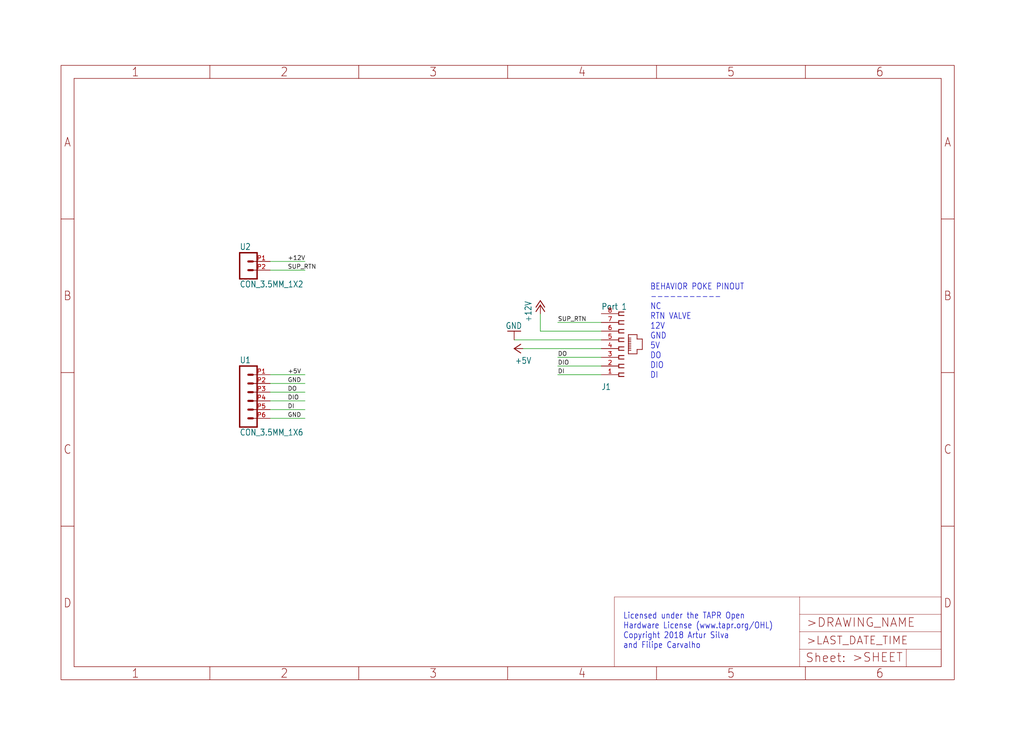
<source format=kicad_sch>
(kicad_sch (version 20211123) (generator eeschema)
  (paper "User" 298.45 218.313)
  (lib_symbols
    (symbol "harp behavior poke port breakout v1.1-eagle-import:+12V" (power)
      (property "Value" "+12V" (at -2.54 -5.08 90))
      (symbol "+12V_1_0"
        (polyline (pts (xy 0 0) (xy -1.27 -1.905)) (stroke (width 0.254)))
        (polyline (pts (xy 0 1.27) (xy -1.27 -0.635)) (stroke (width 0.254)))
        (polyline (pts (xy 1.27 -1.905) (xy 0 0)) (stroke (width 0.254)))
        (polyline (pts (xy 1.27 -0.635) (xy 0 1.27)) (stroke (width 0.254)))
        (pin power_in line (at 0 -2.54 90) (length 2.54) (name "+12V") (number "1"))
      )
    )
    (symbol "harp behavior poke port breakout v1.1-eagle-import:+5V" (power)
      (property "Value" "+5V" (at -2.54 -5.08 90))
      (symbol "+5V_1_0"
        (polyline (pts (xy 0 0) (xy -1.27 -1.905)) (stroke (width 0.254)))
        (polyline (pts (xy 1.27 -1.905) (xy 0 0)) (stroke (width 0.254)))
        (pin power_in line (at 0 -2.54 90) (length 2.54) (name "+5V") (number "1"))
      )
    )
    (symbol "harp behavior poke port breakout v1.1-eagle-import:520426-4"
      (property "Reference" "J" (at -5.08 10.16 0))
      (property "Value" "520426-4" (at -5.08 -13.208 0))
      (symbol "520426-4_1_0"
        (polyline (pts (xy 0 -10.668) (xy 1.524 -10.668)) (stroke (width 0.254)))
        (polyline (pts (xy 0 -9.652) (xy 0 -10.668)) (stroke (width 0.254)))
        (polyline (pts (xy 0 -8.128) (xy 1.524 -8.128)) (stroke (width 0.254)))
        (polyline (pts (xy 0 -7.112) (xy 0 -8.128)) (stroke (width 0.254)))
        (polyline (pts (xy 0 -5.588) (xy 1.524 -5.588)) (stroke (width 0.254)))
        (polyline (pts (xy 0 -4.572) (xy 0 -5.588)) (stroke (width 0.254)))
        (polyline (pts (xy 0 -3.048) (xy 1.524 -3.048)) (stroke (width 0.254)))
        (polyline (pts (xy 0 -2.032) (xy 0 -3.048)) (stroke (width 0.254)))
        (polyline (pts (xy 0 -0.508) (xy 1.524 -0.508)) (stroke (width 0.254)))
        (polyline (pts (xy 0 0.508) (xy 0 -0.508)) (stroke (width 0.254)))
        (polyline (pts (xy 0 2.032) (xy 1.524 2.032)) (stroke (width 0.254)))
        (polyline (pts (xy 0 3.048) (xy 0 2.032)) (stroke (width 0.254)))
        (polyline (pts (xy 0 4.572) (xy 1.524 4.572)) (stroke (width 0.254)))
        (polyline (pts (xy 0 5.588) (xy 0 4.572)) (stroke (width 0.254)))
        (polyline (pts (xy 0 7.112) (xy 1.524 7.112)) (stroke (width 0.254)))
        (polyline (pts (xy 0 8.128) (xy 0 7.112)) (stroke (width 0.254)))
        (polyline (pts (xy 1.524 -9.652) (xy 0 -9.652)) (stroke (width 0.254)))
        (polyline (pts (xy 1.524 -7.112) (xy 0 -7.112)) (stroke (width 0.254)))
        (polyline (pts (xy 1.524 -4.572) (xy 0 -4.572)) (stroke (width 0.254)))
        (polyline (pts (xy 1.524 -2.032) (xy 0 -2.032)) (stroke (width 0.254)))
        (polyline (pts (xy 1.524 0.508) (xy 0 0.508)) (stroke (width 0.254)))
        (polyline (pts (xy 1.524 3.048) (xy 0 3.048)) (stroke (width 0.254)))
        (polyline (pts (xy 1.524 5.588) (xy 0 5.588)) (stroke (width 0.254)))
        (polyline (pts (xy 1.524 8.128) (xy 0 8.128)) (stroke (width 0.254)))
        (polyline (pts (xy 2.794 -4.064) (xy 5.334 -4.064)) (stroke (width 0.1998)))
        (polyline (pts (xy 2.794 -3.048) (xy 2.794 -4.064)) (stroke (width 0.1998)))
        (polyline (pts (xy 2.794 -3.048) (xy 3.556 -3.048)) (stroke (width 0.1998)))
        (polyline (pts (xy 2.794 -2.54) (xy 2.794 -3.048)) (stroke (width 0.1998)))
        (polyline (pts (xy 2.794 -2.54) (xy 3.556 -2.54)) (stroke (width 0.1998)))
        (polyline (pts (xy 2.794 -2.032) (xy 2.794 -2.54)) (stroke (width 0.1998)))
        (polyline (pts (xy 2.794 -2.032) (xy 3.556 -2.032)) (stroke (width 0.1998)))
        (polyline (pts (xy 2.794 -1.524) (xy 2.794 -2.032)) (stroke (width 0.1998)))
        (polyline (pts (xy 2.794 -1.524) (xy 3.556 -1.524)) (stroke (width 0.1998)))
        (polyline (pts (xy 2.794 -1.016) (xy 2.794 -1.524)) (stroke (width 0.1998)))
        (polyline (pts (xy 2.794 -1.016) (xy 3.556 -1.016)) (stroke (width 0.1998)))
        (polyline (pts (xy 2.794 -0.508) (xy 2.794 -1.016)) (stroke (width 0.1998)))
        (polyline (pts (xy 2.794 -0.508) (xy 3.556 -0.508)) (stroke (width 0.1998)))
        (polyline (pts (xy 2.794 0) (xy 2.794 -0.508)) (stroke (width 0.1998)))
        (polyline (pts (xy 2.794 0) (xy 3.556 0)) (stroke (width 0.1998)))
        (polyline (pts (xy 2.794 0.508) (xy 2.794 0)) (stroke (width 0.1998)))
        (polyline (pts (xy 2.794 0.508) (xy 3.556 0.508)) (stroke (width 0.1998)))
        (polyline (pts (xy 2.794 1.524) (xy 2.794 0.508)) (stroke (width 0.1998)))
        (polyline (pts (xy 5.334 -4.064) (xy 5.334 -2.794)) (stroke (width 0.1998)))
        (polyline (pts (xy 5.334 -2.794) (xy 6.858 -2.794)) (stroke (width 0.1998)))
        (polyline (pts (xy 5.334 0.254) (xy 5.334 1.524)) (stroke (width 0.1998)))
        (polyline (pts (xy 5.334 1.524) (xy 2.794 1.524)) (stroke (width 0.1998)))
        (polyline (pts (xy 6.858 -2.794) (xy 6.858 0.254)) (stroke (width 0.1998)))
        (polyline (pts (xy 6.858 0.254) (xy 5.334 0.254)) (stroke (width 0.1998)))
        (pin passive line (at -5.08 7.62 0) (length 5.08) (name "1") (number "1"))
        (pin passive line (at -5.08 5.08 0) (length 5.08) (name "2") (number "2"))
        (pin passive line (at -5.08 2.54 0) (length 5.08) (name "3") (number "3"))
        (pin passive line (at -5.08 0 0) (length 5.08) (name "4") (number "4"))
        (pin passive line (at -5.08 -2.54 0) (length 5.08) (name "5") (number "5"))
        (pin passive line (at -5.08 -5.08 0) (length 5.08) (name "6") (number "6"))
        (pin passive line (at -5.08 -7.62 0) (length 5.08) (name "7") (number "7"))
        (pin passive line (at -5.08 -10.16 0) (length 5.08) (name "8") (number "8"))
      )
    )
    (symbol "harp behavior poke port breakout v1.1-eagle-import:A4L-LOC"
      (symbol "A4L-LOC_0_0"
        (polyline (pts (xy 0 44.7675) (xy 3.81 44.7675)))
        (polyline (pts (xy 0 89.535) (xy 3.81 89.535)))
        (polyline (pts (xy 0 134.3025) (xy 3.81 134.3025)))
        (polyline (pts (xy 3.81 3.81) (xy 3.81 175.26)))
        (polyline (pts (xy 43.3917 0) (xy 43.3917 3.81)))
        (polyline (pts (xy 43.3917 175.26) (xy 43.3917 179.07)))
        (polyline (pts (xy 86.7833 0) (xy 86.7833 3.81)))
        (polyline (pts (xy 86.7833 175.26) (xy 86.7833 179.07)))
        (polyline (pts (xy 130.175 0) (xy 130.175 3.81)))
        (polyline (pts (xy 130.175 175.26) (xy 130.175 179.07)))
        (polyline (pts (xy 173.5667 0) (xy 173.5667 3.81)))
        (polyline (pts (xy 173.5667 175.26) (xy 173.5667 179.07)))
        (polyline (pts (xy 216.9583 0) (xy 216.9583 3.81)))
        (polyline (pts (xy 216.9583 175.26) (xy 216.9583 179.07)))
        (polyline (pts (xy 256.54 3.81) (xy 3.81 3.81)))
        (polyline (pts (xy 256.54 3.81) (xy 256.54 175.26)))
        (polyline (pts (xy 256.54 44.7675) (xy 260.35 44.7675)))
        (polyline (pts (xy 256.54 89.535) (xy 260.35 89.535)))
        (polyline (pts (xy 256.54 134.3025) (xy 260.35 134.3025)))
        (polyline (pts (xy 256.54 175.26) (xy 3.81 175.26)))
        (polyline (pts (xy 0 0) (xy 260.35 0) (xy 260.35 179.07) (xy 0 179.07) (xy 0 0)))
        (text "1" (at 21.6958 1.905 0) (effects (font (size 2.54 2.286))))
        (text "1" (at 21.6958 177.165 0) (effects (font (size 2.54 2.286))))
        (text "2" (at 65.0875 1.905 0) (effects (font (size 2.54 2.286))))
        (text "2" (at 65.0875 177.165 0) (effects (font (size 2.54 2.286))))
        (text "3" (at 108.4792 1.905 0) (effects (font (size 2.54 2.286))))
        (text "3" (at 108.4792 177.165 0) (effects (font (size 2.54 2.286))))
        (text "4" (at 151.8708 1.905 0) (effects (font (size 2.54 2.286))))
        (text "4" (at 151.8708 177.165 0) (effects (font (size 2.54 2.286))))
        (text "5" (at 195.2625 1.905 0) (effects (font (size 2.54 2.286))))
        (text "5" (at 195.2625 177.165 0) (effects (font (size 2.54 2.286))))
        (text "6" (at 238.6542 1.905 0) (effects (font (size 2.54 2.286))))
        (text "6" (at 238.6542 177.165 0) (effects (font (size 2.54 2.286))))
        (text "A" (at 1.905 156.6863 0) (effects (font (size 2.54 2.286))))
        (text "A" (at 258.445 156.6863 0) (effects (font (size 2.54 2.286))))
        (text "B" (at 1.905 111.9188 0) (effects (font (size 2.54 2.286))))
        (text "B" (at 258.445 111.9188 0) (effects (font (size 2.54 2.286))))
        (text "C" (at 1.905 67.1513 0) (effects (font (size 2.54 2.286))))
        (text "C" (at 258.445 67.1513 0) (effects (font (size 2.54 2.286))))
        (text "D" (at 1.905 22.3838 0) (effects (font (size 2.54 2.286))))
        (text "D" (at 258.445 22.3838 0) (effects (font (size 2.54 2.286))))
      )
      (symbol "A4L-LOC_1_0"
        (polyline (pts (xy 161.29 3.81) (xy 161.29 24.13)) (stroke (width 0.1016)))
        (polyline (pts (xy 161.29 24.13) (xy 215.265 24.13)) (stroke (width 0.1016)))
        (polyline (pts (xy 215.265 8.89) (xy 215.265 3.81)) (stroke (width 0.1016)))
        (polyline (pts (xy 215.265 8.89) (xy 215.265 13.97)) (stroke (width 0.1016)))
        (polyline (pts (xy 215.265 13.97) (xy 215.265 19.05)) (stroke (width 0.1016)))
        (polyline (pts (xy 215.265 13.97) (xy 256.54 13.97)) (stroke (width 0.1016)))
        (polyline (pts (xy 215.265 19.05) (xy 215.265 24.13)) (stroke (width 0.1016)))
        (polyline (pts (xy 215.265 19.05) (xy 256.54 19.05)) (stroke (width 0.1016)))
        (polyline (pts (xy 215.265 24.13) (xy 256.54 24.13)) (stroke (width 0.1016)))
        (polyline (pts (xy 246.38 3.81) (xy 246.38 8.89)) (stroke (width 0.1016)))
        (polyline (pts (xy 246.38 8.89) (xy 215.265 8.89)) (stroke (width 0.1016)))
        (polyline (pts (xy 246.38 8.89) (xy 256.54 8.89)) (stroke (width 0.1016)))
        (polyline (pts (xy 256.54 3.81) (xy 256.54 8.89)) (stroke (width 0.1016)))
        (polyline (pts (xy 256.54 8.89) (xy 256.54 13.97)) (stroke (width 0.1016)))
        (polyline (pts (xy 256.54 13.97) (xy 256.54 19.05)) (stroke (width 0.1016)))
        (polyline (pts (xy 256.54 19.05) (xy 256.54 24.13)) (stroke (width 0.1016)))
        (text ">DRAWING_NAME" (at 217.17 15.24 0) (effects (font (size 2.54 2.54)) (justify left bottom)))
        (text ">LAST_DATE_TIME" (at 217.17 10.16 0) (effects (font (size 2.286 2.286)) (justify left bottom)))
        (text ">SHEET" (at 230.505 5.08 0) (effects (font (size 2.54 2.54)) (justify left bottom)))
        (text "Sheet:" (at 216.916 4.953 0) (effects (font (size 2.54 2.54)) (justify left bottom)))
      )
    )
    (symbol "harp behavior poke port breakout v1.1-eagle-import:CON_3.5MM_1X2"
      (property "Value" "CON_3.5MM_1X2" (at -3.81 -7.62 0))
      (symbol "CON_3.5MM_1X2_1_0"
        (polyline (pts (xy -3.81 2.54) (xy -3.81 -5.08)) (stroke (width 0.4064)))
        (polyline (pts (xy -3.81 2.54) (xy 1.27 2.54)) (stroke (width 0.4064)))
        (polyline (pts (xy -1.27 -2.54) (xy 0 -2.54)) (stroke (width 0.6096)))
        (polyline (pts (xy -1.27 0) (xy 0 0)) (stroke (width 0.6096)))
        (polyline (pts (xy 1.27 -5.08) (xy -3.81 -5.08)) (stroke (width 0.4064)))
        (polyline (pts (xy 1.27 -5.08) (xy 1.27 2.54)) (stroke (width 0.4064)))
        (pin passive line (at 5.08 0 180) (length 5.08) (name "1") (number "P1"))
        (pin passive line (at 5.08 -2.54 180) (length 5.08) (name "2") (number "P2"))
      )
    )
    (symbol "harp behavior poke port breakout v1.1-eagle-import:CON_3.5MM_1X6"
      (property "Value" "CON_3.5MM_1X6" (at -3.81 -12.7 0))
      (symbol "CON_3.5MM_1X6_1_0"
        (polyline (pts (xy -3.81 7.62) (xy -3.81 -10.16)) (stroke (width 0.4064)))
        (polyline (pts (xy -3.81 7.62) (xy 1.27 7.62)) (stroke (width 0.4064)))
        (polyline (pts (xy -1.27 -7.62) (xy 0 -7.62)) (stroke (width 0.6096)))
        (polyline (pts (xy -1.27 -5.08) (xy 0 -5.08)) (stroke (width 0.6096)))
        (polyline (pts (xy -1.27 -2.54) (xy 0 -2.54)) (stroke (width 0.6096)))
        (polyline (pts (xy -1.27 0) (xy 0 0)) (stroke (width 0.6096)))
        (polyline (pts (xy -1.27 2.54) (xy 0 2.54)) (stroke (width 0.6096)))
        (polyline (pts (xy -1.27 5.08) (xy 0 5.08)) (stroke (width 0.6096)))
        (polyline (pts (xy 1.27 -10.16) (xy -3.81 -10.16)) (stroke (width 0.4064)))
        (polyline (pts (xy 1.27 -10.16) (xy 1.27 7.62)) (stroke (width 0.4064)))
        (pin passive line (at 5.08 5.08 180) (length 5.08) (name "1") (number "P1"))
        (pin passive line (at 5.08 2.54 180) (length 5.08) (name "2") (number "P2"))
        (pin passive line (at 5.08 0 180) (length 5.08) (name "3") (number "P3"))
        (pin passive line (at 5.08 -2.54 180) (length 5.08) (name "4") (number "P4"))
        (pin passive line (at 5.08 -5.08 180) (length 5.08) (name "5") (number "P5"))
        (pin passive line (at 5.08 -7.62 180) (length 5.08) (name "6") (number "P6"))
      )
    )
    (symbol "harp behavior poke port breakout v1.1-eagle-import:GND" (power)
      (property "Value" "GND" (at -2.54 -2.54 0))
      (symbol "GND_1_0"
        (polyline (pts (xy -1.905 0) (xy 1.905 0)) (stroke (width 0.254)))
        (pin power_in line (at 0 2.54 270) (length 2.54) (name "GND") (number "1"))
      )
    )
  )
  (wire (pts (xy 78.74 76.2) (xy 88.9 76.2)))
  (wire (pts (xy 78.74 78.74) (xy 88.9 78.74)))
  (wire (pts (xy 78.74 109.22) (xy 88.9 109.22)))
  (wire (pts (xy 175.26 104.14) (xy 162.56 104.14)))
  (wire (pts (xy 175.26 96.52) (xy 157.48 96.52)))
  (wire (pts (xy 175.26 101.6) (xy 152.4 101.6)))
  (wire (pts (xy 149.86 99.06) (xy 175.26 99.06)))
  (wire (pts (xy 78.74 121.92) (xy 88.9 121.92)))
  (wire (pts (xy 78.74 111.76) (xy 88.9 111.76)))
  (wire (pts (xy 78.74 119.38) (xy 88.9 119.38)))
  (wire (pts (xy 175.26 109.22) (xy 162.56 109.22)))
  (wire (pts (xy 78.74 116.84) (xy 88.9 116.84)))
  (wire (pts (xy 175.26 106.68) (xy 162.56 106.68)))
  (wire (pts (xy 78.74 114.3) (xy 88.9 114.3)))
  (wire (pts (xy 157.48 96.52) (xy 157.48 91.44)))
  (wire (pts (xy 175.26 93.98) (xy 162.56 93.98)))
  (text "BEHAVIOR POKE PINOUT\n-----------\nNC\nRTN VALVE\n12V\nGND\n5V\nDO\nDIO\nDI" (at 189.484 110.49 0) (effects (font (size 1.778 1.5113)) (justify left bottom)))
  (text "Licensed under the TAPR Open\nHardware License (www.tapr.org/OHL)\nCopyright 2018 Artur Silva\nand Filipe Carvalho" (at 181.61 189.23 0) (effects (font (size 1.778 1.5113)) (justify left bottom)))
  (label "+5V" (at 83.82 109.22 0) (effects (font (size 1.2446 1.2446))))
  (label "DI" (at 83.82 119.38 0) (effects (font (size 1.2446 1.2446))))
  (label "DO" (at 83.82 114.3 0) (effects (font (size 1.2446 1.2446))))
  (label "DIO" (at 162.56 106.68 0) (effects (font (size 1.2446 1.2446))))
  (label "+12V" (at 83.82 76.2 0) (effects (font (size 1.2446 1.2446))))
  (label "SUP_RTN" (at 162.56 93.98 0) (effects (font (size 1.2446 1.2446))))
  (label "SUP_RTN" (at 83.82 78.74 0) (effects (font (size 1.2446 1.2446))))
  (label "GND" (at 83.82 111.76 0) (effects (font (size 1.2446 1.2446))))
  (label "DIO" (at 83.82 116.84 0) (effects (font (size 1.2446 1.2446))))
  (label "DO" (at 162.56 104.14 0) (effects (font (size 1.2446 1.2446))))
  (label "GND" (at 83.82 121.92 0) (effects (font (size 1.2446 1.2446))))
  (label "DI" (at 162.56 109.22 0) (effects (font (size 1.2446 1.2446))))
  (symbol (lib_id "harp behavior poke port breakout v1.1-eagle-import:+12V") (at 157.48 88.9 0)
    (property "Reference" "#P+7" (effects hide))
    (property "Value" "+12V" (at 154.94 93.98 90) (effects (font (size 1.778 1.5113)) (justify left bottom)))
    (property "Footprint" "harp behavior poke port breakout v1.1:" (effects hide))
  )
  (symbol (lib_id "harp behavior poke port breakout v1.1-eagle-import:GND") (at 149.86 96.52 0) (mirror x)
    (property "Reference" "#GND5" (effects hide))
    (property "Value" "GND" (at 147.32 93.98 0) (effects (font (size 1.778 1.5113)) (justify left bottom)))
    (property "Footprint" "harp behavior poke port breakout v1.1:" (effects hide))
  )
  (symbol (lib_id "harp behavior poke port breakout v1.1-eagle-import:A4L-LOC") (at 17.78 198.12 0) (unit 1)
    (property "Reference" "#FRAME2" (effects hide))
    (property "Value" "A4L-LOC" (effects hide))
    (property "Footprint" "harp behavior poke port breakout v1.1:" (effects hide))
  )
  (symbol (lib_id "harp behavior poke port breakout v1.1-eagle-import:+5V") (at 149.86 101.6 90)
    (property "Reference" "#P+3" (effects hide))
    (property "Value" "+5V" (at 154.94 104.14 90) (effects (font (size 1.778 1.5113)) (justify left bottom)))
    (property "Footprint" "harp behavior poke port breakout v1.1:" (effects hide))
  )
  (symbol (lib_id "harp behavior poke port breakout v1.1-eagle-import:CON_3.5MM_1X2") (at 73.66 76.2 0)
    (property "Reference" "U2" (at 69.85 72.898 0) (effects (font (size 1.778 1.5113)) (justify left bottom)))
    (property "Value" "CON_3.5MM_1X2" (at 69.85 83.82 0) (effects (font (size 1.778 1.5113)) (justify left bottom)))
    (property "Footprint" "harp behavior poke port breakout v1.1:CON_3.5MM_1X2" (effects hide))
  )
  (symbol (lib_id "harp behavior poke port breakout v1.1-eagle-import:CON_3.5MM_1X6") (at 73.66 114.3 0)
    (property "Reference" "U1" (at 69.85 105.918 0) (effects (font (size 1.778 1.5113)) (justify left bottom)))
    (property "Value" "CON_3.5MM_1X6" (at 69.85 127 0) (effects (font (size 1.778 1.5113)) (justify left bottom)))
    (property "Footprint" "harp behavior poke port breakout v1.1:CON_3.5MM_1X6" (effects hide))
  )
  (symbol (lib_id "harp behavior poke port breakout v1.1-eagle-import:520426-4") (at 180.34 101.6 0) (mirror x)
    (property "Reference" "J1" (at 175.26 111.76 0) (effects (font (size 1.778 1.5113)) (justify left bottom)))
    (property "Value" "Port 1" (at 175.26 88.392 0) (effects (font (size 1.778 1.5113)) (justify left bottom)))
    (property "Footprint" "harp behavior poke port breakout v1.1:520426-4" (effects hide))
  )
)
</source>
